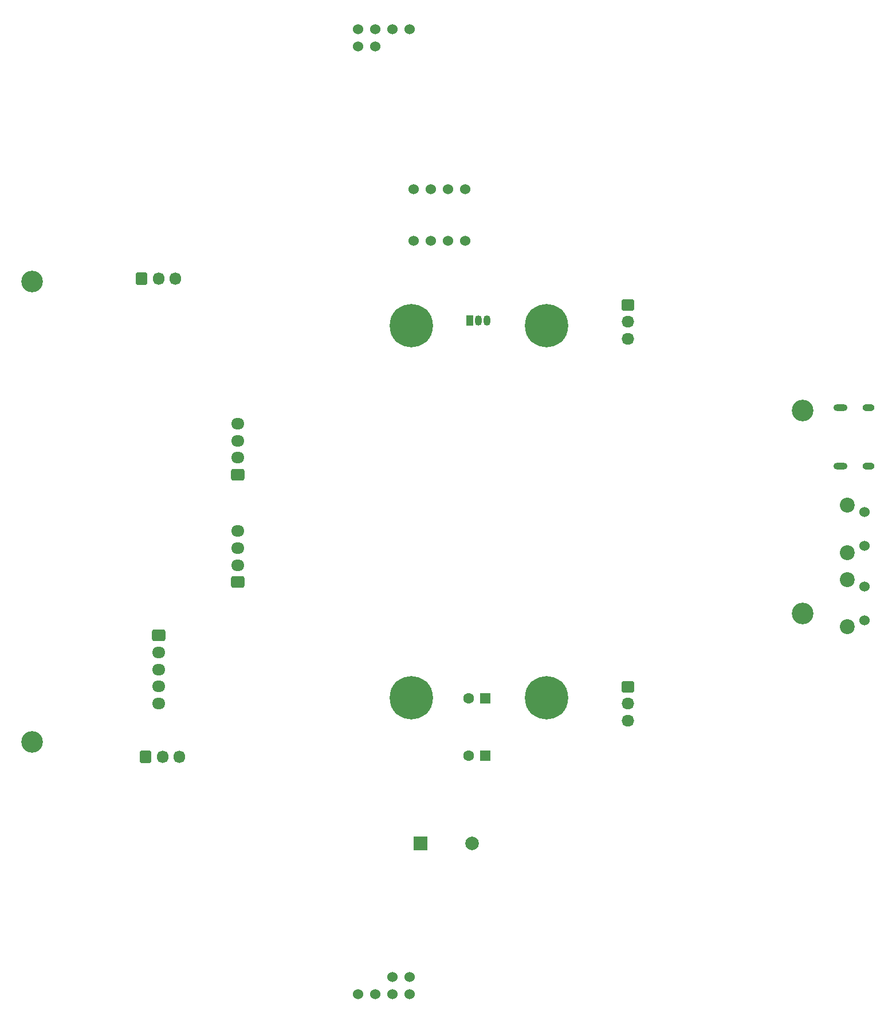
<source format=gbr>
%TF.GenerationSoftware,KiCad,Pcbnew,7.0.9*%
%TF.CreationDate,2025-01-29T15:25:45+09:00*%
%TF.ProjectId,01-MAIN,30312d4d-4149-44e2-9e6b-696361645f70,rev?*%
%TF.SameCoordinates,Original*%
%TF.FileFunction,Soldermask,Top*%
%TF.FilePolarity,Negative*%
%FSLAX46Y46*%
G04 Gerber Fmt 4.6, Leading zero omitted, Abs format (unit mm)*
G04 Created by KiCad (PCBNEW 7.0.9) date 2025-01-29 15:25:45*
%MOMM*%
%LPD*%
G01*
G04 APERTURE LIST*
G04 Aperture macros list*
%AMRoundRect*
0 Rectangle with rounded corners*
0 $1 Rounding radius*
0 $2 $3 $4 $5 $6 $7 $8 $9 X,Y pos of 4 corners*
0 Add a 4 corners polygon primitive as box body*
4,1,4,$2,$3,$4,$5,$6,$7,$8,$9,$2,$3,0*
0 Add four circle primitives for the rounded corners*
1,1,$1+$1,$2,$3*
1,1,$1+$1,$4,$5*
1,1,$1+$1,$6,$7*
1,1,$1+$1,$8,$9*
0 Add four rect primitives between the rounded corners*
20,1,$1+$1,$2,$3,$4,$5,0*
20,1,$1+$1,$4,$5,$6,$7,0*
20,1,$1+$1,$6,$7,$8,$9,0*
20,1,$1+$1,$8,$9,$2,$3,0*%
G04 Aperture macros list end*
%ADD10RoundRect,0.250000X0.725000X-0.600000X0.725000X0.600000X-0.725000X0.600000X-0.725000X-0.600000X0*%
%ADD11O,1.950000X1.700000*%
%ADD12C,0.800000*%
%ADD13C,6.400000*%
%ADD14RoundRect,0.250000X-0.725000X0.600000X-0.725000X-0.600000X0.725000X-0.600000X0.725000X0.600000X0*%
%ADD15RoundRect,0.250000X-0.675000X0.600000X-0.675000X-0.600000X0.675000X-0.600000X0.675000X0.600000X0*%
%ADD16O,1.850000X1.700000*%
%ADD17R,1.050000X1.500000*%
%ADD18O,1.050000X1.500000*%
%ADD19C,3.200000*%
%ADD20RoundRect,0.250000X-0.600000X-0.675000X0.600000X-0.675000X0.600000X0.675000X-0.600000X0.675000X0*%
%ADD21O,1.700000X1.850000*%
%ADD22R,1.600000X1.600000*%
%ADD23C,1.600000*%
%ADD24C,1.524000*%
%ADD25R,2.000000X2.000000*%
%ADD26C,2.000000*%
%ADD27C,2.200000*%
%ADD28O,1.800000X1.000000*%
%ADD29O,2.100000X1.000000*%
G04 APERTURE END LIST*
D10*
%TO.C,J1*%
X104394000Y-94488000D03*
D11*
X104394000Y-91988000D03*
X104394000Y-89488000D03*
X104394000Y-86988000D03*
%TD*%
D12*
%TO.C,H4*%
X127600000Y-127500000D03*
X128302944Y-125802944D03*
X128302944Y-129197056D03*
X130000000Y-125100000D03*
D13*
X130000000Y-127500000D03*
D12*
X130000000Y-129900000D03*
X131697056Y-125802944D03*
X131697056Y-129197056D03*
X132400000Y-127500000D03*
%TD*%
D14*
%TO.C,J3*%
X92710000Y-118270000D03*
D11*
X92710000Y-120770000D03*
X92710000Y-123270000D03*
X92710000Y-125770000D03*
X92710000Y-128270000D03*
%TD*%
D15*
%TO.C,J5*%
X162052000Y-69422000D03*
D16*
X162052000Y-71922000D03*
X162052000Y-74422000D03*
%TD*%
D17*
%TO.C,Q1*%
X138684000Y-71734000D03*
D18*
X139954000Y-71734000D03*
X141224000Y-71734000D03*
%TD*%
D19*
%TO.C,REF\u002A\u002A*%
X74000000Y-134000000D03*
%TD*%
%TO.C,REF\u002A\u002A*%
X187900000Y-115000000D03*
%TD*%
%TO.C,REF\u002A\u002A*%
X187900000Y-85000000D03*
%TD*%
D20*
%TO.C,J8*%
X90170000Y-65532000D03*
D21*
X92670000Y-65532000D03*
X95170000Y-65532000D03*
%TD*%
D20*
%TO.C,J7*%
X90758000Y-136144000D03*
D21*
X93258000Y-136144000D03*
X95758000Y-136144000D03*
%TD*%
D22*
%TO.C,C18*%
X141000000Y-136000000D03*
D23*
X138500000Y-136000000D03*
%TD*%
D12*
%TO.C,H2*%
X147600000Y-72500000D03*
X148302944Y-70802944D03*
X148302944Y-74197056D03*
X150000000Y-70100000D03*
D13*
X150000000Y-72500000D03*
D12*
X150000000Y-74900000D03*
X151697056Y-70802944D03*
X151697056Y-74197056D03*
X152400000Y-72500000D03*
%TD*%
D24*
%TO.C,U5*%
X122174000Y-171270000D03*
X124714000Y-171270000D03*
X127254000Y-171270000D03*
X129794000Y-171270000D03*
X127254000Y-168730000D03*
X129794000Y-168730000D03*
%TD*%
D15*
%TO.C,J6*%
X162052000Y-125810000D03*
D16*
X162052000Y-128310000D03*
X162052000Y-130810000D03*
%TD*%
D12*
%TO.C,H3*%
X127600000Y-72500000D03*
X128302944Y-70802944D03*
X128302944Y-74197056D03*
X130000000Y-70100000D03*
D13*
X130000000Y-72500000D03*
D12*
X130000000Y-74900000D03*
X131697056Y-70802944D03*
X131697056Y-74197056D03*
X132400000Y-72500000D03*
%TD*%
D24*
%TO.C,U3*%
X129810000Y-28730000D03*
X127270000Y-28730000D03*
X124730000Y-28730000D03*
X122190000Y-28730000D03*
X124730000Y-31270000D03*
X122190000Y-31270000D03*
%TD*%
D10*
%TO.C,J2*%
X104394000Y-110363000D03*
D11*
X104394000Y-107863000D03*
X104394000Y-105363000D03*
X104394000Y-102863000D03*
%TD*%
D24*
%TO.C,U4*%
X130380000Y-60000000D03*
X132920000Y-60000000D03*
X135460000Y-60000000D03*
X138000000Y-60000000D03*
X138000000Y-52380000D03*
X135460000Y-52380000D03*
X132920000Y-52380000D03*
X130380000Y-52380000D03*
%TD*%
D22*
%TO.C,C19*%
X141000000Y-127508000D03*
D23*
X138500000Y-127508000D03*
%TD*%
D25*
%TO.C,BZ1*%
X131400000Y-149000000D03*
D26*
X139000000Y-149000000D03*
%TD*%
D19*
%TO.C,REF\u002A\u002A*%
X74000000Y-66000000D03*
%TD*%
D12*
%TO.C,H1*%
X147600000Y-127500000D03*
X148302944Y-125802944D03*
X148302944Y-129197056D03*
X150000000Y-125100000D03*
D13*
X150000000Y-127500000D03*
D12*
X150000000Y-129900000D03*
X151697056Y-125802944D03*
X151697056Y-129197056D03*
X152400000Y-127500000D03*
%TD*%
D27*
%TO.C,SW1*%
X194500000Y-110000000D03*
X194500000Y-117000000D03*
D24*
X197000000Y-111000000D03*
X197000000Y-116000000D03*
%TD*%
D28*
%TO.C,J4*%
X197612000Y-84580000D03*
D29*
X193432000Y-84580000D03*
D28*
X197612000Y-93220000D03*
D29*
X193432000Y-93220000D03*
%TD*%
D27*
%TO.C,SW2*%
X194500000Y-99000000D03*
X194500000Y-106000000D03*
D24*
X197000000Y-100000000D03*
X197000000Y-105000000D03*
%TD*%
M02*

</source>
